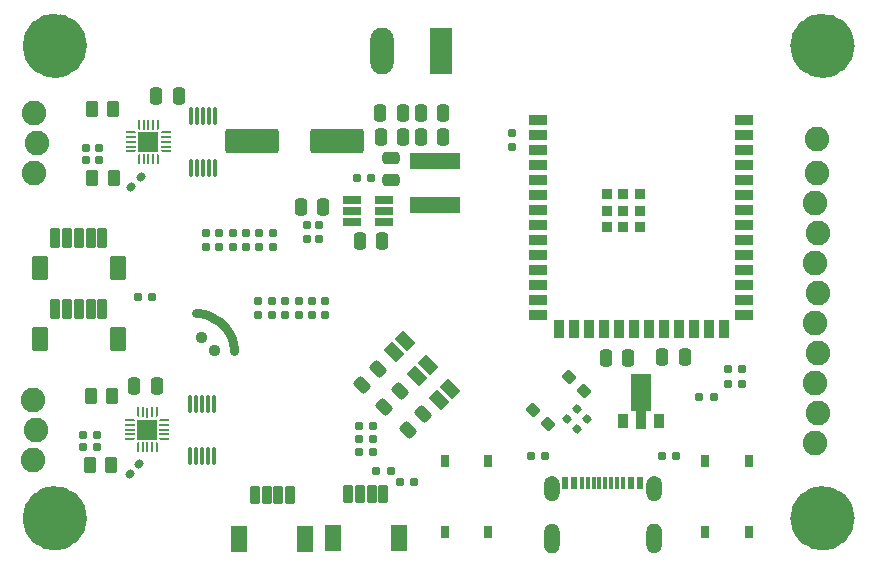
<source format=gbr>
%TF.GenerationSoftware,KiCad,Pcbnew,7.0.9*%
%TF.CreationDate,2023-12-14T21:01:46-07:00*%
%TF.ProjectId,mini_motor_go_V1_rev3,6d696e69-5f6d-46f7-946f-725f676f5f56,rev?*%
%TF.SameCoordinates,Original*%
%TF.FileFunction,Soldermask,Top*%
%TF.FilePolarity,Negative*%
%FSLAX46Y46*%
G04 Gerber Fmt 4.6, Leading zero omitted, Abs format (unit mm)*
G04 Created by KiCad (PCBNEW 7.0.9) date 2023-12-14 21:01:46*
%MOMM*%
%LPD*%
G01*
G04 APERTURE LIST*
G04 Aperture macros list*
%AMRoundRect*
0 Rectangle with rounded corners*
0 $1 Rounding radius*
0 $2 $3 $4 $5 $6 $7 $8 $9 X,Y pos of 4 corners*
0 Add a 4 corners polygon primitive as box body*
4,1,4,$2,$3,$4,$5,$6,$7,$8,$9,$2,$3,0*
0 Add four circle primitives for the rounded corners*
1,1,$1+$1,$2,$3*
1,1,$1+$1,$4,$5*
1,1,$1+$1,$6,$7*
1,1,$1+$1,$8,$9*
0 Add four rect primitives between the rounded corners*
20,1,$1+$1,$2,$3,$4,$5,0*
20,1,$1+$1,$4,$5,$6,$7,0*
20,1,$1+$1,$6,$7,$8,$9,0*
20,1,$1+$1,$8,$9,$2,$3,0*%
%AMRotRect*
0 Rectangle, with rotation*
0 The origin of the aperture is its center*
0 $1 length*
0 $2 width*
0 $3 Rotation angle, in degrees counterclockwise*
0 Add horizontal line*
21,1,$1,$2,0,0,$3*%
%AMFreePoly0*
4,1,14,0.289644,0.110355,0.410355,-0.010356,0.425000,-0.045711,0.425000,-0.075000,0.410355,-0.110355,0.375000,-0.125000,-0.375000,-0.125000,-0.410355,-0.110355,-0.425000,-0.075000,-0.425000,0.075000,-0.410355,0.110355,-0.375000,0.125000,0.254289,0.125000,0.289644,0.110355,0.289644,0.110355,$1*%
%AMFreePoly1*
4,1,14,0.410355,0.110355,0.425000,0.075000,0.425000,0.045711,0.410355,0.010356,0.289644,-0.110355,0.254289,-0.125000,-0.375000,-0.125000,-0.410355,-0.110355,-0.425000,-0.075000,-0.425000,0.075000,-0.410355,0.110355,-0.375000,0.125000,0.375000,0.125000,0.410355,0.110355,0.410355,0.110355,$1*%
%AMFreePoly2*
4,1,14,0.110355,0.410355,0.125000,0.375000,0.125000,-0.375000,0.110355,-0.410355,0.075000,-0.425000,-0.075000,-0.425000,-0.110355,-0.410355,-0.125000,-0.375000,-0.125000,0.254289,-0.110355,0.289644,0.010356,0.410355,0.045711,0.425000,0.075000,0.425000,0.110355,0.410355,0.110355,0.410355,$1*%
%AMFreePoly3*
4,1,14,-0.010356,0.410355,0.110355,0.289644,0.125000,0.254289,0.125000,-0.375000,0.110355,-0.410355,0.075000,-0.425000,-0.075000,-0.425000,-0.110355,-0.410355,-0.125000,-0.375000,-0.125000,0.375000,-0.110355,0.410355,-0.075000,0.425000,-0.045711,0.425000,-0.010356,0.410355,-0.010356,0.410355,$1*%
%AMFreePoly4*
4,1,14,0.410355,0.110355,0.425000,0.075000,0.425000,-0.075000,0.410355,-0.110355,0.375000,-0.125000,-0.254289,-0.125000,-0.289644,-0.110355,-0.410355,0.010356,-0.425000,0.045711,-0.425000,0.075000,-0.410355,0.110355,-0.375000,0.125000,0.375000,0.125000,0.410355,0.110355,0.410355,0.110355,$1*%
%AMFreePoly5*
4,1,14,0.410355,0.110355,0.425000,0.075000,0.425000,-0.075000,0.410355,-0.110355,0.375000,-0.125000,-0.375000,-0.125000,-0.410355,-0.110355,-0.425000,-0.075000,-0.425000,-0.045711,-0.410355,-0.010356,-0.289644,0.110355,-0.254289,0.125000,0.375000,0.125000,0.410355,0.110355,0.410355,0.110355,$1*%
%AMFreePoly6*
4,1,14,0.110355,0.410355,0.125000,0.375000,0.125000,-0.254289,0.110355,-0.289644,-0.010356,-0.410355,-0.045711,-0.425000,-0.075000,-0.425000,-0.110355,-0.410355,-0.125000,-0.375000,-0.125000,0.375000,-0.110355,0.410355,-0.075000,0.425000,0.075000,0.425000,0.110355,0.410355,0.110355,0.410355,$1*%
%AMFreePoly7*
4,1,14,0.110355,0.410355,0.125000,0.375000,0.125000,-0.375000,0.110355,-0.410355,0.075000,-0.425000,0.045711,-0.425000,0.010356,-0.410355,-0.110355,-0.289644,-0.125000,-0.254289,-0.125000,0.375000,-0.110355,0.410355,-0.075000,0.425000,0.075000,0.425000,0.110355,0.410355,0.110355,0.410355,$1*%
%AMFreePoly8*
4,1,9,3.862500,-0.866500,0.737500,-0.866500,0.737500,-0.450000,-0.737500,-0.450000,-0.737500,0.450000,0.737500,0.450000,0.737500,0.866500,3.862500,0.866500,3.862500,-0.866500,3.862500,-0.866500,$1*%
G04 Aperture macros list end*
%ADD10C,2.750000*%
%ADD11C,0.750000*%
%ADD12C,0.010000*%
%ADD13RoundRect,0.155000X0.040659X0.259862X-0.259862X-0.040659X-0.040659X-0.259862X0.259862X0.040659X0*%
%ADD14RoundRect,0.160000X0.160000X-0.197500X0.160000X0.197500X-0.160000X0.197500X-0.160000X-0.197500X0*%
%ADD15RotRect,1.000000X1.500000X45.000000*%
%ADD16RoundRect,0.250000X0.250000X0.475000X-0.250000X0.475000X-0.250000X-0.475000X0.250000X-0.475000X0*%
%ADD17RoundRect,0.030000X0.120000X-0.695000X0.120000X0.695000X-0.120000X0.695000X-0.120000X-0.695000X0*%
%ADD18FreePoly0,90.000000*%
%ADD19RoundRect,0.062500X0.062500X-0.362500X0.062500X0.362500X-0.062500X0.362500X-0.062500X-0.362500X0*%
%ADD20FreePoly1,90.000000*%
%ADD21FreePoly2,90.000000*%
%ADD22RoundRect,0.062500X0.362500X-0.062500X0.362500X0.062500X-0.362500X0.062500X-0.362500X-0.062500X0*%
%ADD23FreePoly3,90.000000*%
%ADD24FreePoly4,90.000000*%
%ADD25RoundRect,0.062500X0.062500X-0.350000X0.062500X0.350000X-0.062500X0.350000X-0.062500X-0.350000X0*%
%ADD26FreePoly5,90.000000*%
%ADD27FreePoly6,90.000000*%
%ADD28FreePoly7,90.000000*%
%ADD29R,1.700000X1.700000*%
%ADD30RoundRect,0.250000X-0.250000X-0.475000X0.250000X-0.475000X0.250000X0.475000X-0.250000X0.475000X0*%
%ADD31RoundRect,0.243750X0.150260X-0.494975X0.494975X-0.150260X-0.150260X0.494975X-0.494975X0.150260X0*%
%ADD32RoundRect,0.160000X-0.252791X0.026517X0.026517X-0.252791X0.252791X-0.026517X-0.026517X0.252791X0*%
%ADD33RoundRect,0.160000X0.197500X0.160000X-0.197500X0.160000X-0.197500X-0.160000X0.197500X-0.160000X0*%
%ADD34RoundRect,0.160000X-0.197500X-0.160000X0.197500X-0.160000X0.197500X0.160000X-0.197500X0.160000X0*%
%ADD35RoundRect,0.155000X-0.212500X-0.155000X0.212500X-0.155000X0.212500X0.155000X-0.212500X0.155000X0*%
%ADD36R,4.200000X1.400000*%
%ADD37RoundRect,0.250000X0.262500X0.450000X-0.262500X0.450000X-0.262500X-0.450000X0.262500X-0.450000X0*%
%ADD38RoundRect,0.102000X0.300000X0.775000X-0.300000X0.775000X-0.300000X-0.775000X0.300000X-0.775000X0*%
%ADD39RoundRect,0.102000X0.600000X0.900000X-0.600000X0.900000X-0.600000X-0.900000X0.600000X-0.900000X0*%
%ADD40RoundRect,0.160000X-0.160000X0.197500X-0.160000X-0.197500X0.160000X-0.197500X0.160000X0.197500X0*%
%ADD41RoundRect,0.101600X-0.299720X-0.674370X0.299720X-0.674370X0.299720X0.674370X-0.299720X0.674370X0*%
%ADD42RoundRect,0.101600X-0.599440X-0.999490X0.599440X-0.999490X0.599440X0.999490X-0.599440X0.999490X0*%
%ADD43R,0.700000X1.000000*%
%ADD44RoundRect,0.155000X0.212500X0.155000X-0.212500X0.155000X-0.212500X-0.155000X0.212500X-0.155000X0*%
%ADD45R,1.500000X0.900000*%
%ADD46R,0.900000X1.500000*%
%ADD47R,0.900000X0.900000*%
%ADD48RoundRect,0.237500X0.380070X-0.044194X-0.044194X0.380070X-0.380070X0.044194X0.044194X-0.380070X0*%
%ADD49C,2.082800*%
%ADD50R,1.560000X0.650000*%
%ADD51R,0.600000X1.100000*%
%ADD52R,0.300000X1.100000*%
%ADD53RoundRect,0.250001X1.999999X0.799999X-1.999999X0.799999X-1.999999X-0.799999X1.999999X-0.799999X0*%
%ADD54R,1.980000X3.960000*%
%ADD55O,1.980000X3.960000*%
%ADD56R,0.900000X1.300000*%
%ADD57FreePoly8,90.000000*%
%ADD58RoundRect,0.250000X-0.475000X0.250000X-0.475000X-0.250000X0.475000X-0.250000X0.475000X0.250000X0*%
G04 APERTURE END LIST*
D10*
X119375000Y-93000000D02*
G75*
G03*
X119375000Y-93000000I-1375000J0D01*
G01*
X119375000Y-53000000D02*
G75*
G03*
X119375000Y-53000000I-1375000J0D01*
G01*
X184375000Y-53000000D02*
G75*
G03*
X184375000Y-53000000I-1375000J0D01*
G01*
X184375000Y-93000000D02*
G75*
G03*
X184375000Y-93000000I-1375000J0D01*
G01*
D11*
X131386608Y-78646205D02*
X131588639Y-78646205D01*
X131588639Y-78646205D02*
X131588639Y-78848236D01*
X131588639Y-78848236D02*
X131386608Y-78848236D01*
X131386608Y-78848236D02*
X131386608Y-78646205D01*
X131386608Y-78646205D02*
X131588639Y-78848236D01*
X130275440Y-77535037D02*
X130477471Y-77535037D01*
X130477471Y-77535037D02*
X130477471Y-77737068D01*
X130477471Y-77737068D02*
X130275440Y-77737068D01*
X130275440Y-77737068D02*
X130275440Y-77535037D01*
X130275440Y-77535037D02*
X130477471Y-77737068D01*
X133204883Y-78848236D02*
X133204883Y-78646205D01*
X133204883Y-78646205D02*
X133103867Y-78141129D01*
X133103867Y-78141129D02*
X133002852Y-77838083D01*
X133002852Y-77838083D02*
X132800821Y-77434022D01*
X132800821Y-77434022D02*
X132396760Y-76827931D01*
X132396760Y-76827931D02*
X131992699Y-76423870D01*
X131992699Y-76423870D02*
X131386608Y-76019809D01*
X131386608Y-76019809D02*
X130982547Y-75817778D01*
X130982547Y-75817778D02*
X130679501Y-75716763D01*
X130679501Y-75716763D02*
X130174425Y-75615748D01*
X130174425Y-75615748D02*
X129972394Y-75615748D01*
%TO.C,J11*%
D12*
X160084600Y-89451700D02*
X160116600Y-89453700D01*
X160147600Y-89457700D01*
X160178600Y-89463700D01*
X160208600Y-89470700D01*
X160238600Y-89479700D01*
X160268600Y-89490700D01*
X160297600Y-89502700D01*
X160325600Y-89515700D01*
X160353600Y-89530700D01*
X160380600Y-89547700D01*
X160406600Y-89565700D01*
X160431600Y-89584700D01*
X160454600Y-89604700D01*
X160477600Y-89626700D01*
X160499600Y-89649700D01*
X160519600Y-89672700D01*
X160538600Y-89697700D01*
X160556600Y-89723700D01*
X160573600Y-89750700D01*
X160588600Y-89778700D01*
X160601600Y-89806700D01*
X160613600Y-89835700D01*
X160624600Y-89865700D01*
X160633600Y-89895700D01*
X160640600Y-89925700D01*
X160646600Y-89956700D01*
X160650600Y-89987700D01*
X160652600Y-90019700D01*
X160653600Y-90050700D01*
X160653600Y-90850700D01*
X160652600Y-90881700D01*
X160650600Y-90913700D01*
X160646600Y-90944700D01*
X160640600Y-90975700D01*
X160633600Y-91005700D01*
X160624600Y-91035700D01*
X160613600Y-91065700D01*
X160601600Y-91094700D01*
X160588600Y-91122700D01*
X160573600Y-91150700D01*
X160556600Y-91177700D01*
X160538600Y-91203700D01*
X160519600Y-91228700D01*
X160499600Y-91251700D01*
X160477600Y-91274700D01*
X160454600Y-91296700D01*
X160431600Y-91316700D01*
X160406600Y-91335700D01*
X160380600Y-91353700D01*
X160353600Y-91370700D01*
X160325600Y-91385700D01*
X160297600Y-91398700D01*
X160268600Y-91410700D01*
X160238600Y-91421700D01*
X160208600Y-91430700D01*
X160178600Y-91437700D01*
X160147600Y-91443700D01*
X160116600Y-91447700D01*
X160084600Y-91449700D01*
X160053600Y-91450700D01*
X160022600Y-91449700D01*
X159990600Y-91447700D01*
X159959600Y-91443700D01*
X159928600Y-91437700D01*
X159898600Y-91430700D01*
X159868600Y-91421700D01*
X159838600Y-91410700D01*
X159809600Y-91398700D01*
X159781600Y-91385700D01*
X159753600Y-91370700D01*
X159726600Y-91353700D01*
X159700600Y-91335700D01*
X159675600Y-91316700D01*
X159652600Y-91296700D01*
X159629600Y-91274700D01*
X159607600Y-91251700D01*
X159587600Y-91228700D01*
X159568600Y-91203700D01*
X159550600Y-91177700D01*
X159533600Y-91150700D01*
X159518600Y-91122700D01*
X159505600Y-91094700D01*
X159493600Y-91065700D01*
X159482600Y-91035700D01*
X159473600Y-91005700D01*
X159466600Y-90975700D01*
X159460600Y-90944700D01*
X159456600Y-90913700D01*
X159454600Y-90881700D01*
X159453600Y-90850700D01*
X159453600Y-90050700D01*
X159454600Y-90019700D01*
X159456600Y-89987700D01*
X159460600Y-89956700D01*
X159466600Y-89925700D01*
X159473600Y-89895700D01*
X159482600Y-89865700D01*
X159493600Y-89835700D01*
X159505600Y-89806700D01*
X159518600Y-89778700D01*
X159533600Y-89750700D01*
X159550600Y-89723700D01*
X159568600Y-89697700D01*
X159587600Y-89672700D01*
X159607600Y-89649700D01*
X159629600Y-89626700D01*
X159652600Y-89604700D01*
X159675600Y-89584700D01*
X159700600Y-89565700D01*
X159726600Y-89547700D01*
X159753600Y-89530700D01*
X159781600Y-89515700D01*
X159809600Y-89502700D01*
X159838600Y-89490700D01*
X159868600Y-89479700D01*
X159898600Y-89470700D01*
X159928600Y-89463700D01*
X159959600Y-89457700D01*
X159990600Y-89453700D01*
X160022600Y-89451700D01*
X160053600Y-89450700D01*
X160084600Y-89451700D01*
G36*
X160084600Y-89451700D02*
G01*
X160116600Y-89453700D01*
X160147600Y-89457700D01*
X160178600Y-89463700D01*
X160208600Y-89470700D01*
X160238600Y-89479700D01*
X160268600Y-89490700D01*
X160297600Y-89502700D01*
X160325600Y-89515700D01*
X160353600Y-89530700D01*
X160380600Y-89547700D01*
X160406600Y-89565700D01*
X160431600Y-89584700D01*
X160454600Y-89604700D01*
X160477600Y-89626700D01*
X160499600Y-89649700D01*
X160519600Y-89672700D01*
X160538600Y-89697700D01*
X160556600Y-89723700D01*
X160573600Y-89750700D01*
X160588600Y-89778700D01*
X160601600Y-89806700D01*
X160613600Y-89835700D01*
X160624600Y-89865700D01*
X160633600Y-89895700D01*
X160640600Y-89925700D01*
X160646600Y-89956700D01*
X160650600Y-89987700D01*
X160652600Y-90019700D01*
X160653600Y-90050700D01*
X160653600Y-90850700D01*
X160652600Y-90881700D01*
X160650600Y-90913700D01*
X160646600Y-90944700D01*
X160640600Y-90975700D01*
X160633600Y-91005700D01*
X160624600Y-91035700D01*
X160613600Y-91065700D01*
X160601600Y-91094700D01*
X160588600Y-91122700D01*
X160573600Y-91150700D01*
X160556600Y-91177700D01*
X160538600Y-91203700D01*
X160519600Y-91228700D01*
X160499600Y-91251700D01*
X160477600Y-91274700D01*
X160454600Y-91296700D01*
X160431600Y-91316700D01*
X160406600Y-91335700D01*
X160380600Y-91353700D01*
X160353600Y-91370700D01*
X160325600Y-91385700D01*
X160297600Y-91398700D01*
X160268600Y-91410700D01*
X160238600Y-91421700D01*
X160208600Y-91430700D01*
X160178600Y-91437700D01*
X160147600Y-91443700D01*
X160116600Y-91447700D01*
X160084600Y-91449700D01*
X160053600Y-91450700D01*
X160022600Y-91449700D01*
X159990600Y-91447700D01*
X159959600Y-91443700D01*
X159928600Y-91437700D01*
X159898600Y-91430700D01*
X159868600Y-91421700D01*
X159838600Y-91410700D01*
X159809600Y-91398700D01*
X159781600Y-91385700D01*
X159753600Y-91370700D01*
X159726600Y-91353700D01*
X159700600Y-91335700D01*
X159675600Y-91316700D01*
X159652600Y-91296700D01*
X159629600Y-91274700D01*
X159607600Y-91251700D01*
X159587600Y-91228700D01*
X159568600Y-91203700D01*
X159550600Y-91177700D01*
X159533600Y-91150700D01*
X159518600Y-91122700D01*
X159505600Y-91094700D01*
X159493600Y-91065700D01*
X159482600Y-91035700D01*
X159473600Y-91005700D01*
X159466600Y-90975700D01*
X159460600Y-90944700D01*
X159456600Y-90913700D01*
X159454600Y-90881700D01*
X159453600Y-90850700D01*
X159453600Y-90050700D01*
X159454600Y-90019700D01*
X159456600Y-89987700D01*
X159460600Y-89956700D01*
X159466600Y-89925700D01*
X159473600Y-89895700D01*
X159482600Y-89865700D01*
X159493600Y-89835700D01*
X159505600Y-89806700D01*
X159518600Y-89778700D01*
X159533600Y-89750700D01*
X159550600Y-89723700D01*
X159568600Y-89697700D01*
X159587600Y-89672700D01*
X159607600Y-89649700D01*
X159629600Y-89626700D01*
X159652600Y-89604700D01*
X159675600Y-89584700D01*
X159700600Y-89565700D01*
X159726600Y-89547700D01*
X159753600Y-89530700D01*
X159781600Y-89515700D01*
X159809600Y-89502700D01*
X159838600Y-89490700D01*
X159868600Y-89479700D01*
X159898600Y-89470700D01*
X159928600Y-89463700D01*
X159959600Y-89457700D01*
X159990600Y-89453700D01*
X160022600Y-89451700D01*
X160053600Y-89450700D01*
X160084600Y-89451700D01*
G37*
X160084600Y-93501700D02*
X160116600Y-93503700D01*
X160147600Y-93507700D01*
X160178600Y-93513700D01*
X160208600Y-93520700D01*
X160238600Y-93529700D01*
X160268600Y-93540700D01*
X160297600Y-93552700D01*
X160325600Y-93565700D01*
X160353600Y-93580700D01*
X160380600Y-93597700D01*
X160406600Y-93615700D01*
X160431600Y-93634700D01*
X160454600Y-93654700D01*
X160477600Y-93676700D01*
X160499600Y-93699700D01*
X160519600Y-93722700D01*
X160538600Y-93747700D01*
X160556600Y-93773700D01*
X160573600Y-93800700D01*
X160588600Y-93828700D01*
X160601600Y-93856700D01*
X160613600Y-93885700D01*
X160624600Y-93915700D01*
X160633600Y-93945700D01*
X160640600Y-93975700D01*
X160646600Y-94006700D01*
X160650600Y-94037700D01*
X160652600Y-94069700D01*
X160653600Y-94100700D01*
X160653600Y-95300700D01*
X160652600Y-95331700D01*
X160650600Y-95363700D01*
X160646600Y-95394700D01*
X160640600Y-95425700D01*
X160633600Y-95455700D01*
X160624600Y-95485700D01*
X160613600Y-95515700D01*
X160601600Y-95544700D01*
X160588600Y-95572700D01*
X160573600Y-95600700D01*
X160556600Y-95627700D01*
X160538600Y-95653700D01*
X160519600Y-95678700D01*
X160499600Y-95701700D01*
X160477600Y-95724700D01*
X160454600Y-95746700D01*
X160431600Y-95766700D01*
X160406600Y-95785700D01*
X160380600Y-95803700D01*
X160353600Y-95820700D01*
X160325600Y-95835700D01*
X160297600Y-95848700D01*
X160268600Y-95860700D01*
X160238600Y-95871700D01*
X160208600Y-95880700D01*
X160178600Y-95887700D01*
X160147600Y-95893700D01*
X160116600Y-95897700D01*
X160084600Y-95899700D01*
X160053600Y-95900700D01*
X160022600Y-95899700D01*
X159990600Y-95897700D01*
X159959600Y-95893700D01*
X159928600Y-95887700D01*
X159898600Y-95880700D01*
X159868600Y-95871700D01*
X159838600Y-95860700D01*
X159809600Y-95848700D01*
X159781600Y-95835700D01*
X159753600Y-95820700D01*
X159726600Y-95803700D01*
X159700600Y-95785700D01*
X159675600Y-95766700D01*
X159652600Y-95746700D01*
X159629600Y-95724700D01*
X159607600Y-95701700D01*
X159587600Y-95678700D01*
X159568600Y-95653700D01*
X159550600Y-95627700D01*
X159533600Y-95600700D01*
X159518600Y-95572700D01*
X159505600Y-95544700D01*
X159493600Y-95515700D01*
X159482600Y-95485700D01*
X159473600Y-95455700D01*
X159466600Y-95425700D01*
X159460600Y-95394700D01*
X159456600Y-95363700D01*
X159454600Y-95331700D01*
X159453600Y-95300700D01*
X159453600Y-94100700D01*
X159454600Y-94069700D01*
X159456600Y-94037700D01*
X159460600Y-94006700D01*
X159466600Y-93975700D01*
X159473600Y-93945700D01*
X159482600Y-93915700D01*
X159493600Y-93885700D01*
X159505600Y-93856700D01*
X159518600Y-93828700D01*
X159533600Y-93800700D01*
X159550600Y-93773700D01*
X159568600Y-93747700D01*
X159587600Y-93722700D01*
X159607600Y-93699700D01*
X159629600Y-93676700D01*
X159652600Y-93654700D01*
X159675600Y-93634700D01*
X159700600Y-93615700D01*
X159726600Y-93597700D01*
X159753600Y-93580700D01*
X159781600Y-93565700D01*
X159809600Y-93552700D01*
X159838600Y-93540700D01*
X159868600Y-93529700D01*
X159898600Y-93520700D01*
X159928600Y-93513700D01*
X159959600Y-93507700D01*
X159990600Y-93503700D01*
X160022600Y-93501700D01*
X160053600Y-93500700D01*
X160084600Y-93501700D01*
G36*
X160084600Y-93501700D02*
G01*
X160116600Y-93503700D01*
X160147600Y-93507700D01*
X160178600Y-93513700D01*
X160208600Y-93520700D01*
X160238600Y-93529700D01*
X160268600Y-93540700D01*
X160297600Y-93552700D01*
X160325600Y-93565700D01*
X160353600Y-93580700D01*
X160380600Y-93597700D01*
X160406600Y-93615700D01*
X160431600Y-93634700D01*
X160454600Y-93654700D01*
X160477600Y-93676700D01*
X160499600Y-93699700D01*
X160519600Y-93722700D01*
X160538600Y-93747700D01*
X160556600Y-93773700D01*
X160573600Y-93800700D01*
X160588600Y-93828700D01*
X160601600Y-93856700D01*
X160613600Y-93885700D01*
X160624600Y-93915700D01*
X160633600Y-93945700D01*
X160640600Y-93975700D01*
X160646600Y-94006700D01*
X160650600Y-94037700D01*
X160652600Y-94069700D01*
X160653600Y-94100700D01*
X160653600Y-95300700D01*
X160652600Y-95331700D01*
X160650600Y-95363700D01*
X160646600Y-95394700D01*
X160640600Y-95425700D01*
X160633600Y-95455700D01*
X160624600Y-95485700D01*
X160613600Y-95515700D01*
X160601600Y-95544700D01*
X160588600Y-95572700D01*
X160573600Y-95600700D01*
X160556600Y-95627700D01*
X160538600Y-95653700D01*
X160519600Y-95678700D01*
X160499600Y-95701700D01*
X160477600Y-95724700D01*
X160454600Y-95746700D01*
X160431600Y-95766700D01*
X160406600Y-95785700D01*
X160380600Y-95803700D01*
X160353600Y-95820700D01*
X160325600Y-95835700D01*
X160297600Y-95848700D01*
X160268600Y-95860700D01*
X160238600Y-95871700D01*
X160208600Y-95880700D01*
X160178600Y-95887700D01*
X160147600Y-95893700D01*
X160116600Y-95897700D01*
X160084600Y-95899700D01*
X160053600Y-95900700D01*
X160022600Y-95899700D01*
X159990600Y-95897700D01*
X159959600Y-95893700D01*
X159928600Y-95887700D01*
X159898600Y-95880700D01*
X159868600Y-95871700D01*
X159838600Y-95860700D01*
X159809600Y-95848700D01*
X159781600Y-95835700D01*
X159753600Y-95820700D01*
X159726600Y-95803700D01*
X159700600Y-95785700D01*
X159675600Y-95766700D01*
X159652600Y-95746700D01*
X159629600Y-95724700D01*
X159607600Y-95701700D01*
X159587600Y-95678700D01*
X159568600Y-95653700D01*
X159550600Y-95627700D01*
X159533600Y-95600700D01*
X159518600Y-95572700D01*
X159505600Y-95544700D01*
X159493600Y-95515700D01*
X159482600Y-95485700D01*
X159473600Y-95455700D01*
X159466600Y-95425700D01*
X159460600Y-95394700D01*
X159456600Y-95363700D01*
X159454600Y-95331700D01*
X159453600Y-95300700D01*
X159453600Y-94100700D01*
X159454600Y-94069700D01*
X159456600Y-94037700D01*
X159460600Y-94006700D01*
X159466600Y-93975700D01*
X159473600Y-93945700D01*
X159482600Y-93915700D01*
X159493600Y-93885700D01*
X159505600Y-93856700D01*
X159518600Y-93828700D01*
X159533600Y-93800700D01*
X159550600Y-93773700D01*
X159568600Y-93747700D01*
X159587600Y-93722700D01*
X159607600Y-93699700D01*
X159629600Y-93676700D01*
X159652600Y-93654700D01*
X159675600Y-93634700D01*
X159700600Y-93615700D01*
X159726600Y-93597700D01*
X159753600Y-93580700D01*
X159781600Y-93565700D01*
X159809600Y-93552700D01*
X159838600Y-93540700D01*
X159868600Y-93529700D01*
X159898600Y-93520700D01*
X159928600Y-93513700D01*
X159959600Y-93507700D01*
X159990600Y-93503700D01*
X160022600Y-93501700D01*
X160053600Y-93500700D01*
X160084600Y-93501700D01*
G37*
X168734600Y-89451700D02*
X168766600Y-89453700D01*
X168797600Y-89457700D01*
X168828600Y-89463700D01*
X168858600Y-89470700D01*
X168888600Y-89479700D01*
X168918600Y-89490700D01*
X168947600Y-89502700D01*
X168975600Y-89515700D01*
X169003600Y-89530700D01*
X169030600Y-89547700D01*
X169056600Y-89565700D01*
X169081600Y-89584700D01*
X169104600Y-89604700D01*
X169127600Y-89626700D01*
X169149600Y-89649700D01*
X169169600Y-89672700D01*
X169188600Y-89697700D01*
X169206600Y-89723700D01*
X169223600Y-89750700D01*
X169238600Y-89778700D01*
X169251600Y-89806700D01*
X169263600Y-89835700D01*
X169274600Y-89865700D01*
X169283600Y-89895700D01*
X169290600Y-89925700D01*
X169296600Y-89956700D01*
X169300600Y-89987700D01*
X169302600Y-90019700D01*
X169303600Y-90050700D01*
X169303600Y-90850700D01*
X169302600Y-90881700D01*
X169300600Y-90913700D01*
X169296600Y-90944700D01*
X169290600Y-90975700D01*
X169283600Y-91005700D01*
X169274600Y-91035700D01*
X169263600Y-91065700D01*
X169251600Y-91094700D01*
X169238600Y-91122700D01*
X169223600Y-91150700D01*
X169206600Y-91177700D01*
X169188600Y-91203700D01*
X169169600Y-91228700D01*
X169149600Y-91251700D01*
X169127600Y-91274700D01*
X169104600Y-91296700D01*
X169081600Y-91316700D01*
X169056600Y-91335700D01*
X169030600Y-91353700D01*
X169003600Y-91370700D01*
X168975600Y-91385700D01*
X168947600Y-91398700D01*
X168918600Y-91410700D01*
X168888600Y-91421700D01*
X168858600Y-91430700D01*
X168828600Y-91437700D01*
X168797600Y-91443700D01*
X168766600Y-91447700D01*
X168734600Y-91449700D01*
X168703600Y-91450700D01*
X168672600Y-91449700D01*
X168640600Y-91447700D01*
X168609600Y-91443700D01*
X168578600Y-91437700D01*
X168548600Y-91430700D01*
X168518600Y-91421700D01*
X168488600Y-91410700D01*
X168459600Y-91398700D01*
X168431600Y-91385700D01*
X168403600Y-91370700D01*
X168376600Y-91353700D01*
X168350600Y-91335700D01*
X168325600Y-91316700D01*
X168302600Y-91296700D01*
X168279600Y-91274700D01*
X168257600Y-91251700D01*
X168237600Y-91228700D01*
X168218600Y-91203700D01*
X168200600Y-91177700D01*
X168183600Y-91150700D01*
X168168600Y-91122700D01*
X168155600Y-91094700D01*
X168143600Y-91065700D01*
X168132600Y-91035700D01*
X168123600Y-91005700D01*
X168116600Y-90975700D01*
X168110600Y-90944700D01*
X168106600Y-90913700D01*
X168104600Y-90881700D01*
X168103600Y-90850700D01*
X168103600Y-90050700D01*
X168104600Y-90019700D01*
X168106600Y-89987700D01*
X168110600Y-89956700D01*
X168116600Y-89925700D01*
X168123600Y-89895700D01*
X168132600Y-89865700D01*
X168143600Y-89835700D01*
X168155600Y-89806700D01*
X168168600Y-89778700D01*
X168183600Y-89750700D01*
X168200600Y-89723700D01*
X168218600Y-89697700D01*
X168237600Y-89672700D01*
X168257600Y-89649700D01*
X168279600Y-89626700D01*
X168302600Y-89604700D01*
X168325600Y-89584700D01*
X168350600Y-89565700D01*
X168376600Y-89547700D01*
X168403600Y-89530700D01*
X168431600Y-89515700D01*
X168459600Y-89502700D01*
X168488600Y-89490700D01*
X168518600Y-89479700D01*
X168548600Y-89470700D01*
X168578600Y-89463700D01*
X168609600Y-89457700D01*
X168640600Y-89453700D01*
X168672600Y-89451700D01*
X168703600Y-89450700D01*
X168734600Y-89451700D01*
G36*
X168734600Y-89451700D02*
G01*
X168766600Y-89453700D01*
X168797600Y-89457700D01*
X168828600Y-89463700D01*
X168858600Y-89470700D01*
X168888600Y-89479700D01*
X168918600Y-89490700D01*
X168947600Y-89502700D01*
X168975600Y-89515700D01*
X169003600Y-89530700D01*
X169030600Y-89547700D01*
X169056600Y-89565700D01*
X169081600Y-89584700D01*
X169104600Y-89604700D01*
X169127600Y-89626700D01*
X169149600Y-89649700D01*
X169169600Y-89672700D01*
X169188600Y-89697700D01*
X169206600Y-89723700D01*
X169223600Y-89750700D01*
X169238600Y-89778700D01*
X169251600Y-89806700D01*
X169263600Y-89835700D01*
X169274600Y-89865700D01*
X169283600Y-89895700D01*
X169290600Y-89925700D01*
X169296600Y-89956700D01*
X169300600Y-89987700D01*
X169302600Y-90019700D01*
X169303600Y-90050700D01*
X169303600Y-90850700D01*
X169302600Y-90881700D01*
X169300600Y-90913700D01*
X169296600Y-90944700D01*
X169290600Y-90975700D01*
X169283600Y-91005700D01*
X169274600Y-91035700D01*
X169263600Y-91065700D01*
X169251600Y-91094700D01*
X169238600Y-91122700D01*
X169223600Y-91150700D01*
X169206600Y-91177700D01*
X169188600Y-91203700D01*
X169169600Y-91228700D01*
X169149600Y-91251700D01*
X169127600Y-91274700D01*
X169104600Y-91296700D01*
X169081600Y-91316700D01*
X169056600Y-91335700D01*
X169030600Y-91353700D01*
X169003600Y-91370700D01*
X168975600Y-91385700D01*
X168947600Y-91398700D01*
X168918600Y-91410700D01*
X168888600Y-91421700D01*
X168858600Y-91430700D01*
X168828600Y-91437700D01*
X168797600Y-91443700D01*
X168766600Y-91447700D01*
X168734600Y-91449700D01*
X168703600Y-91450700D01*
X168672600Y-91449700D01*
X168640600Y-91447700D01*
X168609600Y-91443700D01*
X168578600Y-91437700D01*
X168548600Y-91430700D01*
X168518600Y-91421700D01*
X168488600Y-91410700D01*
X168459600Y-91398700D01*
X168431600Y-91385700D01*
X168403600Y-91370700D01*
X168376600Y-91353700D01*
X168350600Y-91335700D01*
X168325600Y-91316700D01*
X168302600Y-91296700D01*
X168279600Y-91274700D01*
X168257600Y-91251700D01*
X168237600Y-91228700D01*
X168218600Y-91203700D01*
X168200600Y-91177700D01*
X168183600Y-91150700D01*
X168168600Y-91122700D01*
X168155600Y-91094700D01*
X168143600Y-91065700D01*
X168132600Y-91035700D01*
X168123600Y-91005700D01*
X168116600Y-90975700D01*
X168110600Y-90944700D01*
X168106600Y-90913700D01*
X168104600Y-90881700D01*
X168103600Y-90850700D01*
X168103600Y-90050700D01*
X168104600Y-90019700D01*
X168106600Y-89987700D01*
X168110600Y-89956700D01*
X168116600Y-89925700D01*
X168123600Y-89895700D01*
X168132600Y-89865700D01*
X168143600Y-89835700D01*
X168155600Y-89806700D01*
X168168600Y-89778700D01*
X168183600Y-89750700D01*
X168200600Y-89723700D01*
X168218600Y-89697700D01*
X168237600Y-89672700D01*
X168257600Y-89649700D01*
X168279600Y-89626700D01*
X168302600Y-89604700D01*
X168325600Y-89584700D01*
X168350600Y-89565700D01*
X168376600Y-89547700D01*
X168403600Y-89530700D01*
X168431600Y-89515700D01*
X168459600Y-89502700D01*
X168488600Y-89490700D01*
X168518600Y-89479700D01*
X168548600Y-89470700D01*
X168578600Y-89463700D01*
X168609600Y-89457700D01*
X168640600Y-89453700D01*
X168672600Y-89451700D01*
X168703600Y-89450700D01*
X168734600Y-89451700D01*
G37*
X168734600Y-93451700D02*
X168766600Y-93453700D01*
X168797600Y-93457700D01*
X168828600Y-93463700D01*
X168858600Y-93470700D01*
X168888600Y-93479700D01*
X168918600Y-93490700D01*
X168947600Y-93502700D01*
X168975600Y-93515700D01*
X169003600Y-93530700D01*
X169030600Y-93547700D01*
X169056600Y-93565700D01*
X169081600Y-93584700D01*
X169104600Y-93604700D01*
X169127600Y-93626700D01*
X169149600Y-93649700D01*
X169169600Y-93672700D01*
X169188600Y-93697700D01*
X169206600Y-93723700D01*
X169223600Y-93750700D01*
X169238600Y-93778700D01*
X169251600Y-93806700D01*
X169263600Y-93835700D01*
X169274600Y-93865700D01*
X169283600Y-93895700D01*
X169290600Y-93925700D01*
X169296600Y-93956700D01*
X169300600Y-93987700D01*
X169302600Y-94019700D01*
X169303600Y-94050700D01*
X169303600Y-94650700D01*
X169303600Y-95250700D01*
X169302600Y-95281700D01*
X169300600Y-95313700D01*
X169296600Y-95344700D01*
X169290600Y-95375700D01*
X169283600Y-95405700D01*
X169274600Y-95435700D01*
X169263600Y-95465700D01*
X169251600Y-95494700D01*
X169238600Y-95522700D01*
X169223600Y-95550700D01*
X169206600Y-95577700D01*
X169188600Y-95603700D01*
X169169600Y-95628700D01*
X169149600Y-95651700D01*
X169127600Y-95674700D01*
X169104600Y-95696700D01*
X169081600Y-95716700D01*
X169056600Y-95735700D01*
X169030600Y-95753700D01*
X169003600Y-95770700D01*
X168975600Y-95785700D01*
X168947600Y-95798700D01*
X168918600Y-95810700D01*
X168888600Y-95821700D01*
X168858600Y-95830700D01*
X168828600Y-95837700D01*
X168797600Y-95843700D01*
X168766600Y-95847700D01*
X168734600Y-95849700D01*
X168703600Y-95850700D01*
X168672600Y-95849700D01*
X168640600Y-95847700D01*
X168609600Y-95843700D01*
X168578600Y-95837700D01*
X168548600Y-95830700D01*
X168518600Y-95821700D01*
X168488600Y-95810700D01*
X168459600Y-95798700D01*
X168431600Y-95785700D01*
X168403600Y-95770700D01*
X168376600Y-95753700D01*
X168350600Y-95735700D01*
X168325600Y-95716700D01*
X168302600Y-95696700D01*
X168279600Y-95674700D01*
X168257600Y-95651700D01*
X168237600Y-95628700D01*
X168218600Y-95603700D01*
X168200600Y-95577700D01*
X168183600Y-95550700D01*
X168168600Y-95522700D01*
X168155600Y-95494700D01*
X168143600Y-95465700D01*
X168132600Y-95435700D01*
X168123600Y-95405700D01*
X168116600Y-95375700D01*
X168110600Y-95344700D01*
X168106600Y-95313700D01*
X168104600Y-95281700D01*
X168103600Y-95250700D01*
X168103600Y-94650700D01*
X168103600Y-94050700D01*
X168104600Y-94019700D01*
X168106600Y-93987700D01*
X168110600Y-93956700D01*
X168116600Y-93925700D01*
X168123600Y-93895700D01*
X168132600Y-93865700D01*
X168143600Y-93835700D01*
X168155600Y-93806700D01*
X168168600Y-93778700D01*
X168183600Y-93750700D01*
X168200600Y-93723700D01*
X168218600Y-93697700D01*
X168237600Y-93672700D01*
X168257600Y-93649700D01*
X168279600Y-93626700D01*
X168302600Y-93604700D01*
X168325600Y-93584700D01*
X168350600Y-93565700D01*
X168376600Y-93547700D01*
X168403600Y-93530700D01*
X168431600Y-93515700D01*
X168459600Y-93502700D01*
X168488600Y-93490700D01*
X168518600Y-93479700D01*
X168548600Y-93470700D01*
X168578600Y-93463700D01*
X168609600Y-93457700D01*
X168640600Y-93453700D01*
X168672600Y-93451700D01*
X168703600Y-93450700D01*
X168734600Y-93451700D01*
G36*
X168734600Y-93451700D02*
G01*
X168766600Y-93453700D01*
X168797600Y-93457700D01*
X168828600Y-93463700D01*
X168858600Y-93470700D01*
X168888600Y-93479700D01*
X168918600Y-93490700D01*
X168947600Y-93502700D01*
X168975600Y-93515700D01*
X169003600Y-93530700D01*
X169030600Y-93547700D01*
X169056600Y-93565700D01*
X169081600Y-93584700D01*
X169104600Y-93604700D01*
X169127600Y-93626700D01*
X169149600Y-93649700D01*
X169169600Y-93672700D01*
X169188600Y-93697700D01*
X169206600Y-93723700D01*
X169223600Y-93750700D01*
X169238600Y-93778700D01*
X169251600Y-93806700D01*
X169263600Y-93835700D01*
X169274600Y-93865700D01*
X169283600Y-93895700D01*
X169290600Y-93925700D01*
X169296600Y-93956700D01*
X169300600Y-93987700D01*
X169302600Y-94019700D01*
X169303600Y-94050700D01*
X169303600Y-94650700D01*
X169303600Y-95250700D01*
X169302600Y-95281700D01*
X169300600Y-95313700D01*
X169296600Y-95344700D01*
X169290600Y-95375700D01*
X169283600Y-95405700D01*
X169274600Y-95435700D01*
X169263600Y-95465700D01*
X169251600Y-95494700D01*
X169238600Y-95522700D01*
X169223600Y-95550700D01*
X169206600Y-95577700D01*
X169188600Y-95603700D01*
X169169600Y-95628700D01*
X169149600Y-95651700D01*
X169127600Y-95674700D01*
X169104600Y-95696700D01*
X169081600Y-95716700D01*
X169056600Y-95735700D01*
X169030600Y-95753700D01*
X169003600Y-95770700D01*
X168975600Y-95785700D01*
X168947600Y-95798700D01*
X168918600Y-95810700D01*
X168888600Y-95821700D01*
X168858600Y-95830700D01*
X168828600Y-95837700D01*
X168797600Y-95843700D01*
X168766600Y-95847700D01*
X168734600Y-95849700D01*
X168703600Y-95850700D01*
X168672600Y-95849700D01*
X168640600Y-95847700D01*
X168609600Y-95843700D01*
X168578600Y-95837700D01*
X168548600Y-95830700D01*
X168518600Y-95821700D01*
X168488600Y-95810700D01*
X168459600Y-95798700D01*
X168431600Y-95785700D01*
X168403600Y-95770700D01*
X168376600Y-95753700D01*
X168350600Y-95735700D01*
X168325600Y-95716700D01*
X168302600Y-95696700D01*
X168279600Y-95674700D01*
X168257600Y-95651700D01*
X168237600Y-95628700D01*
X168218600Y-95603700D01*
X168200600Y-95577700D01*
X168183600Y-95550700D01*
X168168600Y-95522700D01*
X168155600Y-95494700D01*
X168143600Y-95465700D01*
X168132600Y-95435700D01*
X168123600Y-95405700D01*
X168116600Y-95375700D01*
X168110600Y-95344700D01*
X168106600Y-95313700D01*
X168104600Y-95281700D01*
X168103600Y-95250700D01*
X168103600Y-94650700D01*
X168103600Y-94050700D01*
X168104600Y-94019700D01*
X168106600Y-93987700D01*
X168110600Y-93956700D01*
X168116600Y-93925700D01*
X168123600Y-93895700D01*
X168132600Y-93865700D01*
X168143600Y-93835700D01*
X168155600Y-93806700D01*
X168168600Y-93778700D01*
X168183600Y-93750700D01*
X168200600Y-93723700D01*
X168218600Y-93697700D01*
X168237600Y-93672700D01*
X168257600Y-93649700D01*
X168279600Y-93626700D01*
X168302600Y-93604700D01*
X168325600Y-93584700D01*
X168350600Y-93565700D01*
X168376600Y-93547700D01*
X168403600Y-93530700D01*
X168431600Y-93515700D01*
X168459600Y-93502700D01*
X168488600Y-93490700D01*
X168518600Y-93479700D01*
X168548600Y-93470700D01*
X168578600Y-93463700D01*
X168609600Y-93457700D01*
X168640600Y-93453700D01*
X168672600Y-93451700D01*
X168703600Y-93450700D01*
X168734600Y-93451700D01*
G37*
%TD*%
D13*
%TO.C,C2*%
X125134280Y-88444457D03*
X124331714Y-89247023D03*
%TD*%
D14*
%TO.C,R14*%
X135331749Y-70060966D03*
X135331749Y-68865966D03*
%TD*%
D15*
%TO.C,JP1*%
X150566269Y-82976012D03*
X151485507Y-82056774D03*
%TD*%
D16*
%TO.C,C13*%
X147475000Y-58675000D03*
X145575000Y-58675000D03*
%TD*%
D17*
%TO.C,U4*%
X129570599Y-63370400D03*
X130070599Y-63370400D03*
X130570599Y-63370400D03*
X131070599Y-63370400D03*
X131570599Y-63370400D03*
X131570599Y-58970400D03*
X131070599Y-58970400D03*
X130570599Y-58970400D03*
X130070599Y-58970400D03*
X129570599Y-58970400D03*
%TD*%
D18*
%TO.C,U2*%
X125131600Y-62586400D03*
D19*
X125531600Y-62586400D03*
X125931600Y-62586400D03*
X126331600Y-62586400D03*
D20*
X126731600Y-62586400D03*
D21*
X127381600Y-61936400D03*
D22*
X127381600Y-61536400D03*
X127381600Y-61136400D03*
X127381600Y-60736400D03*
D23*
X127381600Y-60336400D03*
D24*
X126731600Y-59686400D03*
D19*
X126331600Y-59686400D03*
D25*
X125931600Y-59698900D03*
D19*
X125531600Y-59686400D03*
D26*
X125131600Y-59686400D03*
D27*
X124481600Y-60336400D03*
D22*
X124481600Y-60736400D03*
X124481600Y-61136400D03*
X124481600Y-61536400D03*
D28*
X124481600Y-61936400D03*
D29*
X125931600Y-61136400D03*
%TD*%
D14*
%TO.C,R7*%
X133052632Y-70058317D03*
X133052632Y-68863317D03*
%TD*%
D30*
%TO.C,C18*%
X169445000Y-79365000D03*
X171345000Y-79365000D03*
%TD*%
D31*
%TO.C,D3*%
X144042618Y-81685208D03*
X145368444Y-80359382D03*
%TD*%
D30*
%TO.C,C17*%
X164655001Y-79405000D03*
X166555001Y-79405000D03*
%TD*%
D32*
%TO.C,R20*%
X161356561Y-84630176D03*
X162201553Y-85475168D03*
%TD*%
D17*
%TO.C,U3*%
X129479524Y-87726458D03*
X129979524Y-87726458D03*
X130479524Y-87726458D03*
X130979524Y-87726458D03*
X131479524Y-87726458D03*
X131479524Y-83326458D03*
X130979524Y-83326458D03*
X130479524Y-83326458D03*
X129979524Y-83326458D03*
X129479524Y-83326458D03*
%TD*%
D16*
%TO.C,C9*%
X150916079Y-60751361D03*
X149016079Y-60751361D03*
%TD*%
D33*
%TO.C,R25*%
X173781468Y-82714817D03*
X172586468Y-82714817D03*
%TD*%
D34*
%TO.C,R17*%
X143572500Y-64182000D03*
X144767500Y-64182000D03*
%TD*%
D33*
%TO.C,R33*%
X144925100Y-85160104D03*
X143730100Y-85160104D03*
%TD*%
D35*
%TO.C,C6*%
X120616900Y-62664000D03*
X121751900Y-62664000D03*
%TD*%
D36*
%TO.C,L1*%
X150223141Y-62751128D03*
X150223141Y-66451128D03*
%TD*%
D37*
%TO.C,R1*%
X122804801Y-88508832D03*
X120979801Y-88508832D03*
%TD*%
D33*
%TO.C,R22*%
X144932658Y-86282843D03*
X143737658Y-86282843D03*
%TD*%
D38*
%TO.C,J12*%
X122035000Y-75300000D03*
X121035000Y-75300000D03*
X120035000Y-75300000D03*
X119035000Y-75300000D03*
X118035000Y-75300000D03*
D39*
X123335000Y-77825000D03*
X116735000Y-77825000D03*
%TD*%
D14*
%TO.C,R5*%
X131909969Y-70061889D03*
X131909969Y-68866889D03*
%TD*%
D33*
%TO.C,R24*%
X170642456Y-87745727D03*
X169447456Y-87745727D03*
%TD*%
D15*
%TO.C,JP3*%
X146751784Y-78939106D03*
X147671022Y-78019868D03*
%TD*%
D32*
%TO.C,R21*%
X162181073Y-83771645D03*
X163026065Y-84616637D03*
%TD*%
D40*
%TO.C,R19*%
X140401910Y-68155397D03*
X140401910Y-69350397D03*
%TD*%
D41*
%TO.C,J5*%
X134931920Y-91075680D03*
X135932680Y-91075680D03*
X136928360Y-91075680D03*
X137929120Y-91075680D03*
D42*
X139229600Y-94748520D03*
X133631440Y-94748520D03*
%TD*%
D16*
%TO.C,C8*%
X128505000Y-57245000D03*
X126605000Y-57245000D03*
%TD*%
D43*
%TO.C,J7*%
X173084000Y-94138000D03*
X173084000Y-88138000D03*
X176784000Y-94138000D03*
X176784000Y-88138000D03*
%TD*%
D44*
%TO.C,C5*%
X121749900Y-61643600D03*
X120614900Y-61643600D03*
%TD*%
D16*
%TO.C,C11*%
X150906078Y-58691361D03*
X149006078Y-58691361D03*
%TD*%
D14*
%TO.C,R9*%
X130769483Y-70064606D03*
X130769483Y-68869606D03*
%TD*%
D45*
%TO.C,U1*%
X158890000Y-59260000D03*
X158890000Y-60530000D03*
X158890000Y-61800000D03*
X158890000Y-63070000D03*
X158890000Y-64340000D03*
X158890000Y-65610000D03*
X158890000Y-66880000D03*
X158890000Y-68150000D03*
X158890000Y-69420000D03*
X158890000Y-70690000D03*
X158890000Y-71960000D03*
X158890000Y-73230000D03*
X158890000Y-74500000D03*
X158890000Y-75770000D03*
D46*
X160655000Y-77020000D03*
X161925000Y-77020000D03*
X163195000Y-77020000D03*
X164465000Y-77020000D03*
X165735000Y-77020000D03*
X167005000Y-77020000D03*
X168275000Y-77020000D03*
X169545000Y-77020000D03*
X170815000Y-77020000D03*
X172085000Y-77020000D03*
X173355000Y-77020000D03*
X174625000Y-77020000D03*
D45*
X176390000Y-75770000D03*
X176390000Y-74500000D03*
X176390000Y-73230000D03*
X176390000Y-71960000D03*
X176390000Y-70690000D03*
X176390000Y-69420000D03*
X176390000Y-68150000D03*
X176390000Y-66880000D03*
X176390000Y-65610000D03*
X176390000Y-64340000D03*
X176390000Y-63070000D03*
X176390000Y-61800000D03*
X176390000Y-60530000D03*
X176390000Y-59260000D03*
D47*
X164740000Y-65580000D03*
X164740000Y-66980000D03*
X164740000Y-68380000D03*
X166140000Y-65580000D03*
X166140000Y-66980000D03*
X166140000Y-68380000D03*
X167540000Y-65580000D03*
X167540000Y-66980000D03*
X167540000Y-68380000D03*
%TD*%
D31*
%TO.C,D2*%
X145913411Y-83556001D03*
X147239237Y-82230175D03*
%TD*%
D14*
%TO.C,R10*%
X136472512Y-70058831D03*
X136472512Y-68863831D03*
%TD*%
D34*
%TO.C,R23*%
X158335161Y-87723495D03*
X159530161Y-87723495D03*
%TD*%
D40*
%TO.C,R11*%
X138669287Y-74616736D03*
X138669287Y-75811736D03*
%TD*%
%TO.C,R3*%
X140923006Y-74617427D03*
X140923006Y-75812427D03*
%TD*%
D34*
%TO.C,R27*%
X175035536Y-80395264D03*
X176230536Y-80395264D03*
%TD*%
%TO.C,R26*%
X175034864Y-81603353D03*
X176229864Y-81603353D03*
%TD*%
D44*
%TO.C,C1*%
X121565890Y-85977162D03*
X120430890Y-85977162D03*
%TD*%
D48*
%TO.C,C20*%
X159722421Y-85046421D03*
X158502661Y-83826661D03*
%TD*%
D35*
%TO.C,C3*%
X120435690Y-87000768D03*
X121570690Y-87000768D03*
%TD*%
D43*
%TO.C,J6*%
X151024197Y-94152726D03*
X151024197Y-88152726D03*
X154724197Y-94152726D03*
X154724197Y-88152726D03*
%TD*%
D49*
%TO.C,J2*%
X116174213Y-88112054D03*
X116428213Y-85572054D03*
X116174213Y-83032054D03*
%TD*%
D37*
%TO.C,R2*%
X122878683Y-82673249D03*
X121053683Y-82673249D03*
%TD*%
D40*
%TO.C,R13*%
X136395397Y-74608928D03*
X136395397Y-75803928D03*
%TD*%
D50*
%TO.C,U7*%
X145856000Y-67934001D03*
X145856000Y-66984001D03*
X145856000Y-66034001D03*
X143156000Y-66034001D03*
X143156000Y-66984001D03*
X143156000Y-67934001D03*
%TD*%
D41*
%TO.C,J3*%
X142834173Y-90985775D03*
X143834933Y-90985775D03*
X144830613Y-90985775D03*
X145831373Y-90985775D03*
D42*
X147131853Y-94658615D03*
X141533693Y-94658615D03*
%TD*%
D51*
%TO.C,J11*%
X161170000Y-90000000D03*
X161970000Y-90000000D03*
D52*
X163120000Y-90000000D03*
X164120000Y-90000000D03*
X164620000Y-90000000D03*
X165620000Y-90000000D03*
D51*
X167570000Y-90000000D03*
X166770000Y-90000000D03*
D52*
X166120000Y-90000000D03*
X165120000Y-90000000D03*
X163620000Y-90000000D03*
X162620000Y-90000000D03*
%TD*%
D49*
%TO.C,J10*%
X182515000Y-63777800D03*
X182515000Y-60882200D03*
%TD*%
D34*
%TO.C,R29*%
X145240150Y-88987791D03*
X146435150Y-88987791D03*
%TD*%
%TO.C,R31*%
X125072469Y-74246958D03*
X126267469Y-74246958D03*
%TD*%
D38*
%TO.C,J13*%
X122037570Y-69301563D03*
X121037570Y-69301563D03*
X120037570Y-69301563D03*
X119037570Y-69301563D03*
X118037570Y-69301563D03*
D39*
X123337570Y-71826563D03*
X116737570Y-71826563D03*
%TD*%
D40*
%TO.C,R30*%
X156723042Y-60354469D03*
X156723042Y-61549469D03*
%TD*%
D37*
%TO.C,R15*%
X123014799Y-64202415D03*
X121189799Y-64202415D03*
%TD*%
D53*
%TO.C,C10*%
X141935605Y-61085748D03*
X134735605Y-61085748D03*
%TD*%
D15*
%TO.C,JP2*%
X148682816Y-80975349D03*
X149602054Y-80056111D03*
%TD*%
D48*
%TO.C,C19*%
X162791634Y-82231208D03*
X161571874Y-81011448D03*
%TD*%
D40*
%TO.C,R6*%
X139819775Y-74626944D03*
X139819775Y-75821944D03*
%TD*%
D33*
%TO.C,R32*%
X144924463Y-87422886D03*
X143729463Y-87422886D03*
%TD*%
D30*
%TO.C,C16*%
X138820000Y-66616001D03*
X140720000Y-66616001D03*
%TD*%
D31*
%TO.C,D1*%
X147890837Y-85533427D03*
X149216663Y-84207601D03*
%TD*%
D14*
%TO.C,R12*%
X134192940Y-70059409D03*
X134192940Y-68864409D03*
%TD*%
D13*
%TO.C,C7*%
X125290615Y-64145637D03*
X124488049Y-64948203D03*
%TD*%
D37*
%TO.C,R16*%
X122970423Y-58313966D03*
X121145423Y-58313966D03*
%TD*%
D16*
%TO.C,C12*%
X147485000Y-60715000D03*
X145585000Y-60715000D03*
%TD*%
D18*
%TO.C,U5*%
X125039938Y-86944093D03*
D19*
X125439938Y-86944093D03*
X125839938Y-86944093D03*
X126239938Y-86944093D03*
D20*
X126639938Y-86944093D03*
D21*
X127289938Y-86294093D03*
D22*
X127289938Y-85894093D03*
X127289938Y-85494093D03*
X127289938Y-85094093D03*
D23*
X127289938Y-84694093D03*
D24*
X126639938Y-84044093D03*
D19*
X126239938Y-84044093D03*
D25*
X125839938Y-84056593D03*
D19*
X125439938Y-84044093D03*
D26*
X125039938Y-84044093D03*
D27*
X124389938Y-84694093D03*
D22*
X124389938Y-85094093D03*
X124389938Y-85494093D03*
X124389938Y-85894093D03*
D28*
X124389938Y-86294093D03*
D29*
X125839938Y-85494093D03*
%TD*%
D33*
%TO.C,R28*%
X148409250Y-89929808D03*
X147214250Y-89929808D03*
%TD*%
D16*
%TO.C,C4*%
X126625000Y-81815000D03*
X124725000Y-81815000D03*
%TD*%
D54*
%TO.C,J8*%
X150668062Y-53472238D03*
D55*
X145668062Y-53472238D03*
%TD*%
D49*
%TO.C,J1*%
X116257000Y-63754000D03*
X116511000Y-61214000D03*
X116257000Y-58674000D03*
%TD*%
D40*
%TO.C,R8*%
X135252962Y-74610975D03*
X135252962Y-75805975D03*
%TD*%
D16*
%TO.C,C15*%
X145722000Y-69528000D03*
X143822000Y-69528000D03*
%TD*%
D49*
%TO.C,J9*%
X182344000Y-86610000D03*
X182598000Y-84070000D03*
X182344000Y-81530000D03*
X182598000Y-78990000D03*
X182344000Y-76450000D03*
X182598000Y-73910000D03*
X182344000Y-71370000D03*
X182598000Y-68830000D03*
X182344000Y-66290000D03*
%TD*%
D56*
%TO.C,U6*%
X166140001Y-84754000D03*
D57*
X167640001Y-84666500D03*
D56*
X169140001Y-84754000D03*
%TD*%
D58*
%TO.C,C14*%
X146465000Y-62495000D03*
X146465000Y-64395000D03*
%TD*%
D14*
%TO.C,R18*%
X139324867Y-69361496D03*
X139324867Y-68166496D03*
%TD*%
D40*
%TO.C,R4*%
X137516133Y-74612031D03*
X137516133Y-75807031D03*
%TD*%
M02*

</source>
